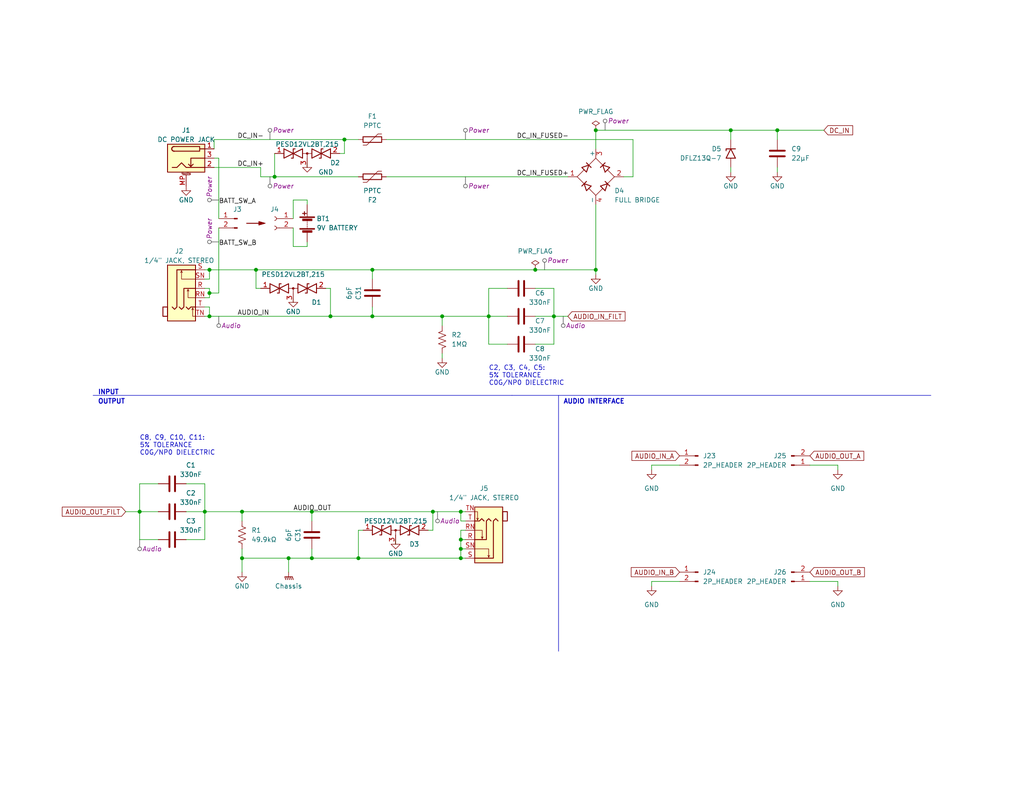
<source format=kicad_sch>
(kicad_sch (version 20230121) (generator eeschema)
  (paper "USLetter")
  (title_block (title "Baseboard") (date "2023-04-28") (rev "A") (company "Alessandro Rizzoni") (comment 1 "SCHEMATIC") (comment 2 "DRAFT") (comment 3 "AIR") (comment 5 "1: ALL COMPONENTS 25V RATING OR GREATER") (comment 6 "2: ALL RESISTORS LOW NOISE THIN FILM, 1% TOLERANCE OR SMALLER, 1/10W RATING OR GREATER") (comment 7 "3: ALL CAPACITORS MLCC, X5R OR X7R DIELECTRIC, 10% TOLERANCE OR SMALLER") (comment 8 "4: DO NOT POPULATE NOTE --TODO--") (comment 9 "5: PCB LAYOUT ACCORDING TO DATASHEET FOR ALL COMPONENTS"))
  (lib_symbols
    (symbol "Connector:Conn_01x02_Female" (pin_names (offset 1.016) hide)
      (property "Reference" "J" (at 0 2.54 0))
      (property "Value" "Conn_01x02_Female" (at 0 -5.08 0))
      (symbol "Conn_01x02_Female_1_1"
        (arc (start 0 -2.032) (mid -0.5058 -2.54) (end 0 -3.048) (stroke (width 0.1524)))
        (polyline (pts (xy -1.27 -2.54) (xy -0.508 -2.54)) (stroke (width 0.1524)))
        (polyline (pts (xy -1.27 0) (xy -0.508 0)) (stroke (width 0.1524)))
        (arc (start 0 0.508) (mid -0.5058 0) (end 0 -0.508) (stroke (width 0.1524)))
        (pin passive line (at -5.08 0 0) (length 3.81) (name "Pin_1") (number "1"))
        (pin passive line (at -5.08 -2.54 0) (length 3.81) (name "Pin_2") (number "2"))
      )
    )
    (symbol "Connector:Conn_01x02_Male" (pin_names (offset 1.016) hide)
      (property "Reference" "J" (at 0 2.54 0))
      (property "Value" "Conn_01x02_Male" (at 0 -5.08 0))
      (symbol "Conn_01x02_Male_1_1"
        (polyline (pts (xy 1.27 -2.54) (xy 0.8636 -2.54)) (stroke (width 0.1524)))
        (polyline (pts (xy 1.27 0) (xy 0.8636 0)) (stroke (width 0.1524)))
        (rectangle (start 0.8636 -2.413) (end 0 -2.667) (stroke (width 0.1524)) (fill (type outline)))
        (rectangle (start 0.8636 0.127) (end 0 -0.127) (stroke (width 0.1524)) (fill (type outline)))
        (pin passive line (at 5.08 0 180) (length 3.81) (name "Pin_1") (number "1"))
        (pin passive line (at 5.08 -2.54 180) (length 3.81) (name "Pin_2") (number "2"))
      )
    )
    (symbol "Device:Battery" (pin_numbers hide) (pin_names (offset 0) hide)
      (property "Reference" "BT" (at 2.54 2.54 0))
      (property "Value" "Battery" (at 2.54 0 0))
      (symbol "Battery_0_1"
        (rectangle (start -2.032 -1.397) (end 2.032 -1.651) (fill (type outline)))
        (rectangle (start -2.032 1.778) (end 2.032 1.524) (fill (type outline)))
        (rectangle (start -1.3208 -1.9812) (end 1.27 -2.4892) (fill (type outline)))
        (rectangle (start -1.3208 1.1938) (end 1.27 0.6858) (fill (type outline)))
        (polyline (pts (xy 0 -1.524) (xy 0 -1.27)))
        (polyline (pts (xy 0 -1.016) (xy 0 -0.762)))
        (polyline (pts (xy 0 -0.508) (xy 0 -0.254)))
        (polyline (pts (xy 0 0) (xy 0 0.254)))
        (polyline (pts (xy 0 0.508) (xy 0 0.762)))
        (polyline (pts (xy 0 1.778) (xy 0 2.54)))
        (polyline (pts (xy 0.254 2.667) (xy 1.27 2.667)) (stroke (width 0.254)))
        (polyline (pts (xy 0.762 3.175) (xy 0.762 2.159)) (stroke (width 0.254)))
      )
      (symbol "Battery_1_1"
        (pin passive line (at 0 5.08 270) (length 2.54) (name "+") (number "1"))
        (pin passive line (at 0 -5.08 90) (length 2.54) (name "-") (number "2"))
      )
    )
    (symbol "Device:C" (pin_numbers hide) (pin_names (offset 0.254))
      (property "Reference" "C" (at 0.635 2.54 0))
      (property "Value" "C" (at 0.635 -2.54 0))
      (symbol "C_0_1"
        (polyline (pts (xy -2.032 -0.762) (xy 2.032 -0.762)) (stroke (width 0.508)))
        (polyline (pts (xy -2.032 0.762) (xy 2.032 0.762)) (stroke (width 0.508)))
      )
      (symbol "C_1_1"
        (pin passive line (at 0 3.81 270) (length 2.794) (name "~") (number "1"))
        (pin passive line (at 0 -3.81 90) (length 2.794) (name "~") (number "2"))
      )
    )
    (symbol "Device:R_US" (pin_numbers hide) (pin_names (offset 0))
      (property "Reference" "R" (at 2.54 0 90))
      (property "Value" "R_US" (at -2.54 0 90))
      (symbol "R_US_0_1"
        (polyline (pts (xy 0 -2.286) (xy 0 -2.54)))
        (polyline (pts (xy 0 2.286) (xy 0 2.54)))
        (polyline (pts (xy 0 -0.762) (xy 1.016 -1.143) (xy 0 -1.524) (xy -1.016 -1.905) (xy 0 -2.286)))
        (polyline (pts (xy 0 0.762) (xy 1.016 0.381) (xy 0 0) (xy -1.016 -0.381) (xy 0 -0.762)))
        (polyline (pts (xy 0 2.286) (xy 1.016 1.905) (xy 0 1.524) (xy -1.016 1.143) (xy 0 0.762)))
      )
      (symbol "R_US_1_1"
        (pin passive line (at 0 3.81 270) (length 1.27) (name "~") (number "1"))
        (pin passive line (at 0 -3.81 90) (length 1.27) (name "~") (number "2"))
      )
    )
    (symbol "Graphic:SYM_Arrow_Normal" (pin_names (offset 1.016))
      (symbol "SYM_Arrow_Normal_0_1"
        (polyline (pts (xy 1.524 0) (xy -2.54 0)) (stroke (width 0.254)))
        (polyline (pts (xy 2.54 0) (xy 0.762 -0.508) (xy 0.762 0.508) (xy 2.54 0)) (fill (type outline)))
      )
    )
    (symbol "Library:1206L005/60WR" (pin_numbers hide) (pin_names (offset 0))
      (property "Reference" "F1" (at 0 6.35 90))
      (property "Value" "PPTC" (at 0 3.81 90))
      (symbol "1206L005/60WR_0_1"
        (rectangle (start -0.762 2.54) (end 0.762 -2.54) (stroke (width 0.254)))
        (polyline (pts (xy -1.524 2.54) (xy -1.524 1.524) (xy 1.524 -1.524) (xy 1.524 -2.54)))
      )
      (symbol "1206L005/60WR_1_1"
        (pin passive line (at 0 3.81 270) (length 1.27) (name "~") (number "1"))
        (pin passive line (at 0 -3.81 90) (length 1.27) (name "~") (number "2"))
      )
    )
    (symbol "Library:ACJS-IHS"
      (property "Reference" "J2" (at -1.905 11.43 0))
      (property "Value" "1/4\" JACK, STEREO" (at -1.905 8.89 0))
      (symbol "ACJS-IHS_0_1"
        (rectangle (start -6.35 -5.08) (end -5.08 -7.62) (stroke (width 0.254)))
        (polyline (pts (xy -1.27 4.826) (xy -1.016 4.318)))
        (polyline (pts (xy 0.508 -0.254) (xy 0.762 -0.762)))
        (polyline (pts (xy 1.778 -5.334) (xy 2.032 -5.842)))
        (polyline (pts (xy 0 -5.08) (xy 0.635 -5.715) (xy 1.27 -5.08) (xy 2.54 -5.08)) (stroke (width 0.254)))
        (polyline (pts (xy 2.54 -7.62) (xy 1.778 -7.62) (xy 1.778 -5.334) (xy 1.524 -5.842)))
        (polyline (pts (xy 2.54 -2.54) (xy 0.508 -2.54) (xy 0.508 -0.254) (xy 0.254 -0.762)))
        (polyline (pts (xy 2.54 2.54) (xy -1.27 2.54) (xy -1.27 4.826) (xy -1.524 4.318)))
        (polyline (pts (xy -1.905 -5.08) (xy -1.27 -5.715) (xy -0.635 -5.08) (xy -0.635 0) (xy 2.54 0)) (stroke (width 0.254)))
        (polyline (pts (xy 2.54 5.08) (xy -2.54 5.08) (xy -2.54 -5.08) (xy -3.175 -5.715) (xy -3.81 -5.08)) (stroke (width 0.254)))
        (rectangle (start 2.54 6.35) (end -5.08 -8.89) (stroke (width 0.254)) (fill (type background)))
      )
      (symbol "ACJS-IHS_1_1"
        (pin passive line (at 5.08 0 180) (length 2.54) (name "~") (number "R"))
        (pin passive line (at 5.08 -2.54 180) (length 2.54) (name "~") (number "RN"))
        (pin passive line (at 5.08 5.08 180) (length 2.54) (name "~") (number "S"))
        (pin passive line (at 5.08 2.54 180) (length 2.54) (name "~") (number "SN"))
        (pin passive line (at 5.08 -5.08 180) (length 2.54) (name "~") (number "T"))
        (pin passive line (at 5.08 -7.62 180) (length 2.54) (name "~") (number "TN"))
      )
    )
    (symbol "Library:Chassis" (pin_names (offset 0))
      (property "Value" "Chassis" (at 0 -3.302 0))
      (symbol "Chassis_0_1"
        (polyline (pts (xy 0 -1.27) (xy 0 0)))
        (polyline (pts (xy -1.016 -1.27) (xy -1.27 -2.032) (xy -1.27 -2.032)) (stroke (width 0.2032)))
        (polyline (pts (xy -0.508 -1.27) (xy -0.762 -2.032) (xy -0.762 -2.032)) (stroke (width 0.2032)))
        (polyline (pts (xy 0 -1.27) (xy -0.254 -2.032) (xy -0.254 -2.032)) (stroke (width 0.2032)))
        (polyline (pts (xy 0.508 -1.27) (xy 0.254 -2.032) (xy 0.254 -2.032)) (stroke (width 0.2032)))
        (polyline (pts (xy 1.016 -1.27) (xy -1.016 -1.27) (xy -1.016 -1.27)) (stroke (width 0.2032)))
        (polyline (pts (xy 1.016 -1.27) (xy 0.762 -2.032) (xy 0.762 -2.032) (xy 0.762 -2.032)) (stroke (width 0.2032)))
      )
      (symbol "Chassis_1_1"
        (pin power_in line (at 0 0 270) (length 0) hide (name "GNDPWR") (number "1"))
      )
    )
    (symbol "Library:DC_POWER_JACK" (pin_names hide)
      (property "Reference" "J1" (at 0 8.89 0))
      (property "Value" "DC POWER JACK" (at 0 6.35 0))
      (symbol "DC_POWER_JACK_0_1"
        (rectangle (start -5.08 3.81) (end 5.08 -3.81) (stroke (width 0.254)) (fill (type background)))
        (arc (start -3.302 3.175) (mid -3.9343 2.54) (end -3.302 1.905) (stroke (width 0.254)))
        (arc (start -3.302 3.175) (mid -3.9343 2.54) (end -3.302 1.905) (stroke (width 0.254)))
        (polyline (pts (xy 1.27 -2.286) (xy 1.905 -1.651)) (stroke (width 0.254)))
        (polyline (pts (xy 5.08 2.54) (xy 3.81 2.54)) (stroke (width 0.254)))
        (polyline (pts (xy -3.302 3.175) (xy 3.683 3.175) (xy 3.683 1.905) (xy -3.302 1.905)) (stroke (width 0.254)))
        (polyline (pts (xy 5.08 0) (xy 1.27 0) (xy 1.27 -2.286) (xy 0.635 -1.651)) (stroke (width 0.254)))
        (polyline (pts (xy -3.81 -2.54) (xy -2.54 -2.54) (xy -1.27 -1.27) (xy 0 -2.54) (xy 2.54 -2.54) (xy 5.08 -2.54)) (stroke (width 0.254)))
      )
      (symbol "DC_POWER_JACK_1_1"
        (polyline (pts (xy -1.016 -4.572) (xy 1.016 -4.572)) (stroke (width 0.1524)))
        (text "Mounting" (at 0 -4.191 0) (effects (font (size 0.381 0.381))))
        (pin passive line (at 7.62 2.54 180) (length 2.54) (name "~") (number "1"))
        (pin passive line (at 7.62 -2.54 180) (length 2.54) (name "~") (number "2"))
        (pin passive line (at 7.62 0 180) (length 2.54) (name "~") (number "3"))
        (pin passive line (at 0 -7.62 90) (length 3.048) (name "MountPin") (number "MP"))
      )
    )
    (symbol "Library:DFLZ13Q-7" (pin_numbers hide) (pin_names (offset 1.016) hide)
      (property "Reference" "D3" (at -2.54 1.27 90))
      (property "Value" "DFLZ13Q-7" (at -2.54 -1.27 90))
      (property "Footprint" "Diode_SMD:D_PowerDI-123" (at -2.54 -5.08 90))
      (property "Part Number" "DFLZ13Q-7" (at -5.08 -3.81 90))
      (symbol "DFLZ13Q-7_0_1"
        (polyline (pts (xy -1.27 -1.27) (xy -1.27 1.27) (xy -0.762 1.27)) (stroke (width 0.254)))
        (polyline (pts (xy 1.27 -1.27) (xy 1.27 1.27) (xy -1.27 0) (xy 1.27 -1.27)) (stroke (width 0.254)))
      )
      (symbol "DFLZ13Q-7_1_1"
        (pin passive line (at -3.81 0 0) (length 2.54) (name "K") (number "1"))
        (pin passive line (at 3.81 0 180) (length 2.54) (name "A") (number "2"))
      )
    )
    (symbol "Library:Ground" (power) (pin_names (offset 0))
      (property "Value" "Ground" (at 0 -3.81 0))
      (symbol "Ground_0_1"
        (polyline (pts (xy 0 0) (xy 0 -1.27) (xy 1.27 -1.27) (xy 0 -2.54) (xy -1.27 -1.27) (xy 0 -1.27)))
      )
      (symbol "Ground_1_1"
        (pin power_in line (at 0 0 270) (length 0) hide (name "GND") (number "1"))
      )
    )
    (symbol "Library:PESD12VL2BT,215" (pin_names (offset 1.016) hide)
      (property "Reference" "D1" (at 0 6.35 0))
      (property "Value" "PESD12VL2BT,215" (at 0 3.81 0))
      (symbol "PESD12VL2BT,215_0_0"
        (polyline (pts (xy 0 -1.27) (xy 0 0)))
      )
      (symbol "PESD12VL2BT,215_0_1"
        (polyline (pts (xy 1.27 0) (xy -1.27 0)))
        (polyline (pts (xy -3.302 1.27) (xy -3.81 1.27) (xy -3.81 -1.27) (xy -4.318 -1.27)) (stroke (width 0.254)))
        (polyline (pts (xy 4.318 1.27) (xy 3.81 1.27) (xy 3.81 -1.27) (xy 3.302 -1.27)) (stroke (width 0.254)))
        (polyline (pts (xy -6.35 1.27) (xy -1.27 -1.27) (xy -1.27 1.27) (xy -6.35 -1.27) (xy -6.35 1.27)) (stroke (width 0.254)))
        (polyline (pts (xy 6.35 1.27) (xy 1.27 -1.27) (xy 1.27 1.27) (xy 6.35 -1.27) (xy 6.35 1.27)) (stroke (width 0.254)))
        (circle (center 0 0) (radius 0.254) (fill (type outline)))
      )
      (symbol "PESD12VL2BT,215_1_1"
        (pin passive line (at -8.89 0 0) (length 2.54) (name "A1") (number "1"))
        (pin passive line (at 8.89 0 180) (length 2.54) (name "A2") (number "2"))
        (pin input line (at 0 -3.81 90) (length 2.54) (name "common") (number "3"))
      )
    )
    (symbol "Library:RH06T" (pin_names (offset 0))
      (property "Reference" "D2" (at 3.175 -6.35 90))
      (property "Value" "FULL BRIDGE" (at 5.08 -6.35 90))
      (symbol "RH06T_0_1"
        (polyline (pts (xy -2.54 3.81) (xy -1.27 2.54)) (stroke (width 0.254)))
        (polyline (pts (xy -1.27 -2.54) (xy -2.54 -3.81)) (stroke (width 0.254)))
        (polyline (pts (xy 2.54 -1.27) (xy 3.81 -2.54)) (stroke (width 0.254)))
        (polyline (pts (xy 2.54 1.27) (xy 3.81 2.54)) (stroke (width 0.254)))
        (polyline (pts (xy -3.175 1.905) (xy -5.08 0) (xy -3.175 -1.905)))
        (polyline (pts (xy -1.905 -3.175) (xy 0 -5.08) (xy 1.905 -3.175)))
        (polyline (pts (xy 1.905 3.175) (xy 0 5.08) (xy -1.905 3.175)))
        (polyline (pts (xy 3.175 -1.905) (xy 5.08 0) (xy 3.175 1.905)))
        (polyline (pts (xy -3.81 2.54) (xy -2.54 1.27) (xy -1.905 3.175) (xy -3.81 2.54)) (stroke (width 0.254)))
        (polyline (pts (xy -2.54 -1.27) (xy -3.81 -2.54) (xy -1.905 -3.175) (xy -2.54 -1.27)) (stroke (width 0.254)))
        (polyline (pts (xy 1.27 2.54) (xy 2.54 3.81) (xy 3.175 1.905) (xy 1.27 2.54)) (stroke (width 0.254)))
        (polyline (pts (xy 3.175 -1.905) (xy 1.27 -2.54) (xy 2.54 -3.81) (xy 3.175 -1.905)) (stroke (width 0.254)))
      )
      (symbol "RH06T_1_1"
        (pin passive line (at 0 -7.62 90) (length 2.54) (name "~") (number "1"))
        (pin passive line (at 0 7.62 270) (length 2.54) (name "~") (number "2"))
        (pin passive line (at 7.62 0 180) (length 2.54) (name "+") (number "3"))
        (pin passive line (at -7.62 0 0) (length 2.54) (name "-") (number "4"))
      )
    )
    (symbol "PWR_FLAG_1" (power) (pin_numbers hide) (pin_names (offset 0) hide)
      (property "Value" "PWR_FLAG_1" (at 0 3.81 0))
      (symbol "PWR_FLAG_1_0_0"
        (pin power_out line (at 0 0 90) (length 0) (name "pwr") (number "1"))
      )
      (symbol "PWR_FLAG_1_0_1"
        (polyline (pts (xy 0 0) (xy 0 1.27) (xy -1.016 1.905) (xy 0 2.54) (xy 1.016 1.905) (xy 0 1.27)))
      )
    )
    (symbol "power:PWR_FLAG" (power) (pin_numbers hide) (pin_names (offset 0) hide)
      (property "Value" "PWR_FLAG" (at 0 3.81 0))
      (symbol "PWR_FLAG_0_0"
        (pin power_out line (at 0 0 90) (length 0) (name "pwr") (number "1"))
      )
      (symbol "PWR_FLAG_0_1"
        (polyline (pts (xy 0 0) (xy 0 1.27) (xy -1.016 1.905) (xy 0 2.54) (xy 1.016 1.905) (xy 0 1.27)))
      )
    )
  )
  (junction (at 57.15 80.01))
  (junction (at 146.05 73.66))
  (junction (at 90.17 86.36))
  (junction (at 151.13 86.36))
  (junction (at 57.15 86.36))
  (junction (at 212.09 35.56))
  (junction (at 66.04 139.7))
  (junction (at 199.39 35.56))
  (junction (at 125.73 152.4))
  (junction (at 57.15 73.66))
  (junction (at 162.56 35.56))
  (junction (at 85.09 139.7))
  (junction (at 125.73 149.86))
  (junction (at 101.6 86.36))
  (junction (at 74.93 48.26))
  (junction (at 78.74 152.4))
  (junction (at 97.79 152.4))
  (junction (at 118.11 139.7))
  (junction (at 120.65 86.36))
  (junction (at 125.73 139.7))
  (junction (at 133.35 86.36))
  (junction (at 38.1 139.7))
  (junction (at 69.85 73.66))
  (junction (at 93.98 38.1))
  (junction (at 125.73 147.32))
  (junction (at 101.6 73.66))
  (junction (at 162.56 73.66))
  (junction (at 66.04 152.4))
  (junction (at 85.09 152.4))
  (junction (at 55.88 139.7))
  (wire (pts (xy 55.88 147.32) (xy 50.8 147.32)))
  (wire (pts (xy 228.6 160.02) (xy 228.6 158.75)))
  (wire (pts (xy 90.17 78.74) (xy 90.17 86.36)))
  (wire (pts (xy 83.82 44.45) (xy 83.82 45.72)))
  (wire (pts (xy 58.42 43.18) (xy 59.69 43.18)))
  (wire (pts (xy 97.79 144.78) (xy 97.79 152.4)))
  (wire (pts (xy 120.65 96.52) (xy 120.65 97.79)))
  (wire (pts (xy 59.69 62.23) (xy 59.69 80.01)))
  (wire (pts (xy 133.35 86.36) (xy 133.35 93.98)))
  (wire (pts (xy 80.01 81.28) (xy 80.01 82.55)))
  (wire (pts (xy 57.15 86.36) (xy 57.15 83.82)))
  (wire (pts (xy 57.15 80.01) (xy 59.69 80.01)))
  (wire (pts (xy 162.56 35.56) (xy 162.56 40.64)))
  (wire (pts (xy 38.1 147.32) (xy 43.18 147.32)))
  (wire (pts (xy 57.15 73.66) (xy 57.15 76.2)))
  (wire (pts (xy 71.12 78.74) (xy 69.85 78.74)))
  (wire (pts (xy 80.01 67.31) (xy 83.82 67.31)))
  (polyline (pts (xy 152.4 107.95) (xy 152.4 177.8)))
  (wire (pts (xy 151.13 78.74) (xy 151.13 86.36)))
  (wire (pts (xy 50.8 139.7) (xy 55.88 139.7)))
  (wire (pts (xy 127 144.78) (xy 125.73 144.78)))
  (wire (pts (xy 57.15 86.36) (xy 90.17 86.36)))
  (wire (pts (xy 228.6 158.75) (xy 220.98 158.75)))
  (wire (pts (xy 85.09 152.4) (xy 85.09 149.86)))
  (wire (pts (xy 151.13 86.36) (xy 154.94 86.36)))
  (wire (pts (xy 133.35 93.98) (xy 138.43 93.98)))
  (wire (pts (xy 57.15 78.74) (xy 57.15 80.01)))
  (polyline (pts (xy 139.7 107.95) (xy 254 107.95)))
  (wire (pts (xy 162.56 55.88) (xy 162.56 73.66)))
  (wire (pts (xy 162.56 35.56) (xy 199.39 35.56)))
  (wire (pts (xy 125.73 149.86) (xy 127 149.86)))
  (wire (pts (xy 55.88 139.7) (xy 66.04 139.7)))
  (wire (pts (xy 85.09 139.7) (xy 85.09 142.24)))
  (wire (pts (xy 55.88 81.28) (xy 57.15 81.28)))
  (wire (pts (xy 120.65 86.36) (xy 120.65 88.9)))
  (wire (pts (xy 146.05 86.36) (xy 151.13 86.36)))
  (wire (pts (xy 125.73 147.32) (xy 127 147.32)))
  (wire (pts (xy 92.71 41.91) (xy 93.98 41.91)))
  (wire (pts (xy 66.04 152.4) (xy 78.74 152.4)))
  (wire (pts (xy 146.05 78.74) (xy 151.13 78.74)))
  (wire (pts (xy 57.15 81.28) (xy 57.15 80.01)))
  (wire (pts (xy 199.39 35.56) (xy 212.09 35.56)))
  (wire (pts (xy 125.73 142.24) (xy 125.73 139.7)))
  (wire (pts (xy 93.98 38.1) (xy 93.98 41.91)))
  (wire (pts (xy 162.56 73.66) (xy 162.56 74.93)))
  (wire (pts (xy 133.35 78.74) (xy 133.35 86.36)))
  (wire (pts (xy 58.42 38.1) (xy 93.98 38.1)))
  (wire (pts (xy 74.93 48.26) (xy 97.79 48.26)))
  (wire (pts (xy 80.01 54.61) (xy 80.01 59.69)))
  (wire (pts (xy 120.65 86.36) (xy 133.35 86.36)))
  (wire (pts (xy 125.73 149.86) (xy 125.73 152.4)))
  (wire (pts (xy 71.12 48.26) (xy 71.12 45.72)))
  (wire (pts (xy 146.05 73.66) (xy 162.56 73.66)))
  (wire (pts (xy 212.09 35.56) (xy 212.09 38.1)))
  (wire (pts (xy 177.8 160.02) (xy 177.8 158.75)))
  (wire (pts (xy 66.04 139.7) (xy 85.09 139.7)))
  (wire (pts (xy 172.72 38.1) (xy 172.72 48.26)))
  (wire (pts (xy 38.1 139.7) (xy 38.1 147.32)))
  (wire (pts (xy 116.84 144.78) (xy 118.11 144.78)))
  (wire (pts (xy 212.09 45.72) (xy 212.09 46.99)))
  (wire (pts (xy 105.41 38.1) (xy 172.72 38.1)))
  (wire (pts (xy 55.88 86.36) (xy 57.15 86.36)))
  (wire (pts (xy 83.82 54.61) (xy 80.01 54.61)))
  (wire (pts (xy 80.01 62.23) (xy 80.01 67.31)))
  (wire (pts (xy 71.12 48.26) (xy 74.93 48.26)))
  (wire (pts (xy 105.41 48.26) (xy 154.94 48.26)))
  (wire (pts (xy 228.6 128.27) (xy 228.6 127)))
  (wire (pts (xy 59.69 43.18) (xy 59.69 59.69)))
  (wire (pts (xy 69.85 73.66) (xy 101.6 73.66)))
  (wire (pts (xy 170.18 48.26) (xy 172.72 48.26)))
  (wire (pts (xy 83.82 67.31) (xy 83.82 66.04)))
  (wire (pts (xy 58.42 45.72) (xy 71.12 45.72)))
  (wire (pts (xy 55.88 83.82) (xy 57.15 83.82)))
  (wire (pts (xy 107.95 147.32) (xy 107.95 148.59)))
  (wire (pts (xy 66.04 139.7) (xy 66.04 142.24)))
  (wire (pts (xy 55.88 73.66) (xy 57.15 73.66)))
  (wire (pts (xy 74.93 41.91) (xy 74.93 48.26)))
  (wire (pts (xy 101.6 73.66) (xy 146.05 73.66)))
  (wire (pts (xy 83.82 54.61) (xy 83.82 55.88)))
  (wire (pts (xy 228.6 127) (xy 220.98 127)))
  (wire (pts (xy 177.8 158.75) (xy 185.42 158.75)))
  (wire (pts (xy 55.88 139.7) (xy 55.88 147.32)))
  (wire (pts (xy 118.11 139.7) (xy 125.73 139.7)))
  (wire (pts (xy 212.09 35.56) (xy 224.79 35.56)))
  (wire (pts (xy 99.06 144.78) (xy 97.79 144.78)))
  (wire (pts (xy 78.74 152.4) (xy 78.74 156.21)))
  (wire (pts (xy 101.6 86.36) (xy 120.65 86.36)))
  (wire (pts (xy 43.18 132.08) (xy 38.1 132.08)))
  (wire (pts (xy 125.73 139.7) (xy 127 139.7)))
  (wire (pts (xy 69.85 73.66) (xy 69.85 78.74)))
  (wire (pts (xy 199.39 45.72) (xy 199.39 46.99)))
  (wire (pts (xy 125.73 152.4) (xy 127 152.4)))
  (wire (pts (xy 66.04 152.4) (xy 66.04 156.21)))
  (wire (pts (xy 133.35 86.36) (xy 138.43 86.36)))
  (wire (pts (xy 93.98 38.1) (xy 97.79 38.1)))
  (wire (pts (xy 38.1 132.08) (xy 38.1 139.7)))
  (wire (pts (xy 151.13 86.36) (xy 151.13 93.98)))
  (wire (pts (xy 127 142.24) (xy 125.73 142.24)))
  (wire (pts (xy 58.42 38.1) (xy 58.42 40.64)))
  (polyline (pts (xy 25.4 107.95) (xy 139.7 107.95)))
  (wire (pts (xy 177.8 128.27) (xy 177.8 127)))
  (wire (pts (xy 85.09 152.4) (xy 97.79 152.4)))
  (wire (pts (xy 55.88 78.74) (xy 57.15 78.74)))
  (wire (pts (xy 57.15 73.66) (xy 69.85 73.66)))
  (wire (pts (xy 151.13 93.98) (xy 146.05 93.98)))
  (wire (pts (xy 50.8 132.08) (xy 55.88 132.08)))
  (wire (pts (xy 38.1 139.7) (xy 43.18 139.7)))
  (wire (pts (xy 88.9 78.74) (xy 90.17 78.74)))
  (wire (pts (xy 125.73 144.78) (xy 125.73 147.32)))
  (wire (pts (xy 118.11 144.78) (xy 118.11 139.7)))
  (wire (pts (xy 90.17 86.36) (xy 101.6 86.36)))
  (wire (pts (xy 85.09 152.4) (xy 78.74 152.4)))
  (wire (pts (xy 66.04 149.86) (xy 66.04 152.4)))
  (wire (pts (xy 138.43 78.74) (xy 133.35 78.74)))
  (wire (pts (xy 177.8 127) (xy 185.42 127)))
  (wire (pts (xy 85.09 139.7) (xy 118.11 139.7)))
  (wire (pts (xy 55.88 132.08) (xy 55.88 139.7)))
  (wire (pts (xy 55.88 76.2) (xy 57.15 76.2)))
  (wire (pts (xy 101.6 83.82) (xy 101.6 86.36)))
  (wire (pts (xy 97.79 152.4) (xy 125.73 152.4)))
  (wire (pts (xy 101.6 73.66) (xy 101.6 76.2)))
  (wire (pts (xy 125.73 147.32) (xy 125.73 149.86)))
  (wire (pts (xy 199.39 38.1) (xy 199.39 35.56)))
  (wire (pts (xy 34.29 139.7) (xy 38.1 139.7)))
  (text "OUTPUT" (at 26.67 110.49 0) (effects (font (size 1.27 1.27) (thickness 0.254) bold) (justify left bottom)))
  (text "AUDIO INTERFACE" (at 153.67 110.49 0) (effects (font (size 1.27 1.27) (thickness 0.254) bold) (justify left bottom)))
  (text "INPUT\n" (at 26.67 107.95 0) (effects (font (size 1.27 1.27) (thickness 0.254) bold) (justify left bottom)))
  (text "C2, C3, C4, C5:\n5% TOLERANCE\nC0G/NP0 DIELECTRIC" (at 133.35 105.41 0) (effects (font (size 1.27 1.27)) (justify left bottom)))
  (text "C8, C9, C10, C11:\n5% TOLERANCE\nC0G/NP0 DIELECTRIC" (at 38.1 124.46 0) (effects (font (size 1.27 1.27)) (justify left bottom)))
  (label "AUDIO_OUT" (at 80.01 139.7 0))
  (label "BATT_SW_A" (at 59.69 55.88 0))
  (label "DC_IN-" (at 64.77 38.1 0))
  (label "DC_IN_FUSED+" (at 140.97 48.26 0))
  (label "DC_IN_FUSED-" (at 140.97 38.1 0))
  (label "BATT_SW_B" (at 59.69 67.31 0))
  (label "AUDIO_IN" (at 64.77 86.36 0))
  (label "DC_IN+" (at 64.77 45.72 0))
  (global_label "AUDIO_OUT_B" (shape input) (at 220.98 156.21 0) (property "Intersheetrefs" "${INTERSHEET_REFS}" (effects hide)))
  (global_label "AUDIO_IN_FILT" (shape input) (at 154.94 86.36 0) (property "Intersheetrefs" "${INTERSHEET_REFS}" (effects hide)))
  (global_label "AUDIO_IN_B" (shape input) (at 185.42 156.21 180) (property "Intersheetrefs" "${INTERSHEET_REFS}" (effects hide)))
  (global_label "AUDIO_IN_A" (shape input) (at 185.42 124.46 180) (property "Intersheetrefs" "${INTERSHEET_REFS}" (effects hide)))
  (global_label "DC_IN" (shape input) (at 224.79 35.56 0) (property "Intersheetrefs" "${INTERSHEET_REFS}" (effects hide)))
  (global_label "AUDIO_OUT_FILT" (shape input) (at 34.29 139.7 180) (property "Intersheetrefs" "${INTERSHEET_REFS}" (effects hide)))
  (global_label "AUDIO_OUT_A" (shape input) (at 220.98 124.46 0) (property "Intersheetrefs" "${INTERSHEET_REFS}" (effects hide)))
  (netclass_flag "" (length 2.54) (shape round) (at 38.1 147.32 180) (property "Audio" "Audio" (at 38.7985 149.86 0) (effects (font italic) (justify left))))
  (netclass_flag "" (length 2.54) (shape round) (at 127 48.26 180) (property "Power" "Power" (at 127.6985 50.8 0) (effects (font italic) (justify left))))
  (netclass_flag "" (length 2.54) (shape round) (at 59.69 54.61 90) (property "Power" "Power" (at 57.15 53.9115 90) (effects (font italic) (justify left))))
  (netclass_flag "" (length 2.54) (shape round) (at 119.38 139.7 180) (property "Audio" "Audio" (at 120.0785 142.24 0) (effects (font italic) (justify left))))
  (netclass_flag "" (length 2.54) (shape round) (at 165.1 35.56 0) (property "Power" "Power" (at 165.7985 33.02 0) (effects (font italic) (justify left))))
  (netclass_flag "" (length 2.54) (shape round) (at 73.66 38.1 0) (property "Power" "Power" (at 74.3585 35.56 0) (effects (font italic) (justify left))))
  (netclass_flag "" (length 2.54) (shape round) (at 59.69 86.36 180) (property "Audio" "Audio" (at 60.3885 88.9 0) (effects (font italic) (justify left))))
  (netclass_flag "" (length 2.54) (shape round) (at 148.59 73.66 0) (property "Power" "Power" (at 149.2885 71.12 0) (effects (font italic) (justify left))))
  (netclass_flag "" (length 2.54) (shape round) (at 59.69 66.04 90) (property "Power" "Power" (at 57.15 65.3415 90) (effects (font italic) (justify left))))
  (netclass_flag "" (length 2.54) (shape round) (at 127 38.1 0) (property "Power" "Power" (at 127.6985 35.56 0) (effects (font italic) (justify left))))
  (netclass_flag "" (length 2.54) (shape round) (at 153.67 86.36 180) (property "Audio" "Audio" (at 154.3685 88.9 0) (effects (font italic) (justify left))))
  (netclass_flag "" (length 2.54) (shape round) (at 73.66 48.26 180) (property "Power" "Power" (at 74.3585 50.8 0) (effects (font italic) (justify left))))
  (symbol (lib_id "Library:Ground") (at 177.8 128.27 0) (unit 1)
    (property "Reference" "#PWR060" (effects hide))
    (property "Value" "Ground" (at 177.8 133.35 0))
    (instances (project "1590N1 IO Board" (path "" (reference "#PWR060") (unit 1)) (path "" (reference "#PWR056") (unit 1))))
  )
  (symbol (lib_id "Library:RH06T") (at 162.56 48.26 270) (mirror x) (unit 1)
    (property "Reference" "D4" (at 167.64 52.07 90) (effects (justify left)))
    (property "Value" "FULL BRIDGE" (at 167.64 54.61 90) (effects (justify left)))
    (property "Footprint" "Package_TO_SOT_SMD:TO-269AA" (effects hide))
    (property "Datasheet" "http://www.vishay.com/docs/88573/dfs.pdf" (effects hide))
    (property "Manufacturer" "Didoes Incorporated" (effects hide))
    (property "Part Number" "RH06-T" (effects hide))
  )
  (symbol (lib_id "Connector:Conn_01x02_Male") (at 215.9 127 0) (mirror x) (unit 1)
    (property "Reference" "J25" (at 214.63 124.4599 0) (effects (justify right)))
    (property "Value" "2P_HEADER" (at 214.63 126.9999 0) (effects (justify right)))
    (property "Footprint" "Connector_PinSocket_2.54mm:PinSocket_1x02_P2.54mm_Vertical" (effects hide))
    (property "Manufacturer" "Samtec" (effects hide))
  )
  (symbol (lib_id "Connector:Conn_01x02_Male") (at 190.5 156.21 0) (mirror y) (unit 1)
    (property "Reference" "J24" (at 191.77 156.2099 0) (effects (justify right)))
    (property "Value" "2P_HEADER" (at 191.77 158.7499 0) (effects (justify right)))
    (property "Footprint" "Connector_PinSocket_2.54mm:PinSocket_1x02_P2.54mm_Vertical" (effects hide))
    (property "Manufacturer" "Samtec" (effects hide))
  )
  (symbol (lib_id "Library:PESD12VL2BT,215") (at 80.01 78.74 0) (unit 1)
    (property "Reference" "D1" (at 86.36 82.55 0))
    (property "Value" "PESD12VL2BT,215" (at 80.01 74.93 0))
    (property "Footprint" "Package_TO_SOT_SMD:SOT-23" (effects hide))
    (property "Datasheet" "https://assets.nexperia.com/documents/data-sheet/PESDXL2BT_SER.pdf" (effects hide))
    (property "Manufacturer" "Nexperia" (effects hide))
    (property "Part Number" "PESD12VL2BT215" (effects hide))
  )
  (symbol (lib_id "Library:PESD12VL2BT,215") (at 107.95 144.78 0) (unit 1)
    (property "Reference" "D3" (at 113.03 148.59 0))
    (property "Value" "PESD12VL2BT,215" (at 107.95 142.24 0))
    (property "Footprint" "Package_TO_SOT_SMD:SOT-23" (effects hide))
    (property "Datasheet" "https://assets.nexperia.com/documents/data-sheet/PESDXL2BT_SER.pdf" (effects hide))
    (property "Manufacturer" "Nexperia" (effects hide))
    (property "Part Number" "PESD12VL2BT215" (effects hide))
  )
  (symbol (lib_id "Connector:Conn_01x02_Female") (at 74.93 59.69 0) (mirror y) (unit 1) (on_board no)
    (property "Reference" "J4" (at 74.93 57.15 0))
    (property "Value" "6-440129-2" (effects hide))
    (property "Footprint" "N/A" (effects hide))
    (property "Datasheet" "https://www.te.com/commerce/DocumentDelivery/DDEController?Action=srchrtrv&DocNm=1-1773713-2_HPI_QRG_EN&DocType=Data+Sheet&DocLang=English&DocFormat=pdf&PartCntxt=6-440129-2" (effects hide))
    (property "Manufacturer" "TE Connectivity AMP Connectors" (effects hide))
    (property "Part Number" "6-440129-2" (effects hide))
  )
  (symbol (lib_id "Library:ACJS-IHS") (at 50.8 78.74 0) (unit 1)
    (property "Reference" "J2" (at 48.895 68.58 0))
    (property "Value" "1/4\" JACK, STEREO" (at 48.895 71.12 0))
    (property "Footprint" "Library:Amphenol_ACJS-IHS" (effects hide))
    (property "Datasheet" "https://www.amphenol-sine.com/pdf/datasheet/ACJS-IHS.pdf" (effects hide))
    (property "Manufacturer" "Amphenol Audio" (effects hide))
    (property "Part Number" "ACJS-IHS" (effects hide))
  )
  (symbol (lib_id "Device:C") (at 85.09 146.05 0) (unit 1)
    (property "Reference" "C31" (at 81.28 146.05 90))
    (property "Value" "6pF" (at 78.74 146.05 90))
    (property "Footprint" "Capacitor_SMD:C_0603_1608Metric" (effects hide))
    (property "Datasheet" "https://product.tdk.com/system/files/dam/doc/product/capacitor/ceramic/mlcc/catalog/mlcc_automotive_general_en.pdf" (effects hide))
    (property "Manufacturer" "TDK" (effects hide))
    (property "Part Number" "CGA3E2C0G1H060D080AA" (effects hide))
    (instances (project "1590N1 IO Board" (path "" (reference "C31") (unit 1)) (path "" (reference "C5") (unit 1))))
  )
  (symbol (lib_id "Library:DC_POWER_JACK") (at 50.8 43.18 0) (unit 1)
    (property "Reference" "J1" (at 50.8 35.56 0))
    (property "Value" "DC POWER JACK" (at 50.8 38.1 0))
    (property "Footprint" "Library:CUI_PJ-047" (effects hide))
    (property "Datasheet" "https://www.cuidevices.com/product/resource/pj-047a.pdf" (effects hide))
    (property "Manufacturer" "CUI" (effects hide))
    (property "Part Number" "PJ-047A" (effects hide))
  )
  (symbol (lib_id "Library:Ground") (at 83.82 44.45 0) (mirror y) (unit 1)
    (property "Reference" "#PWR03" (effects hide))
    (property "Value" "Ground" (at 88.9 46.99 0))
  )
  (symbol (lib_id "Library:Ground") (at 228.6 128.27 0) (mirror y) (unit 1)
    (property "Reference" "#PWR062" (effects hide))
    (property "Value" "Ground" (at 228.6 133.35 0))
    (instances (project "1590N1 IO Board" (path "" (reference "#PWR062") (unit 1)) (path "" (reference "#PWR058") (unit 1))))
  )
  (symbol (lib_id "Connector:Conn_01x02_Male") (at 190.5 124.46 0) (mirror y) (unit 1)
    (property "Reference" "J23" (at 191.77 124.4599 0) (effects (justify right)))
    (property "Value" "2P_HEADER" (at 191.77 126.9999 0) (effects (justify right)))
    (property "Footprint" "Connector_PinSocket_2.54mm:PinSocket_1x02_P2.54mm_Vertical" (effects hide))
    (property "Manufacturer" "Samtec" (effects hide))
  )
  (symbol (lib_id "Library:DFLZ13Q-7") (at 199.39 41.91 90) (mirror x) (unit 1)
    (property "Reference" "D5" (at 196.85 40.64 90) (effects (justify left)))
    (property "Value" "DFLZ13Q-7" (at 196.85 43.18 90) (effects (justify left)))
    (property "Footprint" "Diode_SMD:D_PowerDI-123" (effects hide))
    (property "Datasheet" "https://www.diodes.com/assets/Datasheets/DFLZxxQ.pdf" (effects hide))
    (property "Manufacturer" "Diodes Incorporated" (effects hide))
    (property "Part Number" "DFLZ13Q-7" (effects hide))
  )
  (symbol (lib_id "Graphic:SYM_Arrow_Normal") (at 69.85 60.96 0) (unit 1) (in_bom no) (on_board no)
    (property "Reference" "#SYM1" (effects hide))
    (property "Value" "SYM_Arrow_Normal" (effects hide))
  )
  (symbol (lib_id "Library:1206L005/60WR") (at 101.6 48.26 270) (unit 1)
    (property "Reference" "F2" (at 101.6 54.61 90))
    (property "Value" "PPTC" (at 101.6 52.07 90))
    (property "Footprint" "Fuse:Fuse_1206_3216Metric" (effects hide))
    (property "Datasheet" "https://www.littelfuse.com/~/media/electronics/datasheets/resettable_ptcs/littelfuse_ptc_1206l_datasheet.pdf.pdf" (effects hide))
    (property "Part Number" "1206L005/60WR" (effects hide))
    (property "Manufacturer" "Littelfuse" (effects hide))
  )
  (symbol (lib_id "power:PWR_FLAG") (at 162.56 35.56 0) (unit 1)
    (property "Reference" "#FLG02" (effects hide))
    (property "Value" "PWR_FLAG" (at 162.56 30.48 0))
  )
  (symbol (lib_id "Connector:Conn_01x02_Male") (at 215.9 158.75 0) (mirror x) (unit 1)
    (property "Reference" "J26" (at 214.63 156.2099 0) (effects (justify right)))
    (property "Value" "2P_HEADER" (at 214.63 158.7499 0) (effects (justify right)))
    (property "Footprint" "Connector_PinSocket_2.54mm:PinSocket_1x02_P2.54mm_Vertical" (effects hide))
    (property "Manufacturer" "Samtec" (effects hide))
  )
  (symbol (lib_id "Device:R_US") (at 120.65 92.71 0) (mirror y) (unit 1)
    (property "Reference" "R2" (at 123.19 91.44 0) (effects (justify right)))
    (property "Value" "1MΩ" (at 123.19 93.98 0) (effects (justify right)))
    (property "Footprint" "Resistor_SMD:R_0603_1608Metric" (effects hide))
    (property "Datasheet" "https://www.koaspeer.com/products/resistors/thin-film/rn73h/" (effects hide))
    (property "Manufacturer" "Koa Speer" (effects hide))
    (property "Part Number" "RN73H1JTTD1004F100" (effects hide))
  )
  (symbol (lib_id "Device:C") (at 212.09 41.91 180) (unit 1)
    (property "Reference" "C9" (at 215.9 40.64 0) (effects (justify right)))
    (property "Value" "22μF" (at 215.9 43.18 0) (effects (justify right)))
    (property "Footprint" "Capacitor_SMD:C_0805_2012Metric" (effects hide))
    (property "Datasheet" "https://www.murata.com/en-us/products/capacitor/ceramiccapacitor/overview/lineup/smd/grm#anchor-2" (effects hide))
    (property "Manufacturer" "Murata" (effects hide))
    (property "Part Number" "GRM21BR61E226ME44L" (effects hide))
  )
  (symbol (lib_id "Library:Ground") (at 212.09 46.99 0) (unit 1)
    (property "Reference" "#PWR09" (effects hide))
    (property "Value" "Ground" (at 212.09 50.8 0))
  )
  (symbol (lib_id "Connector:Conn_01x02_Male") (at 64.77 59.69 0) (mirror y) (unit 1)
    (property "Reference" "J3" (at 64.77 57.15 0))
    (property "Value" "6-440054-2" (effects hide))
    (property "Footprint" "Library:TE_HPI_2.0MM_PITCH_MALE_HEADER_2POS" (effects hide))
    (property "Datasheet" "https://www.te.com/commerce/DocumentDelivery/DDEController?Action=srchrtrv&DocNm=1-1773713-2_HPI_QRG_EN&DocType=Data+Sheet&DocLang=English&DocFormat=pdf&PartCntxt=6-440129-2" (effects hide))
    (property "Manufacturer" "TE Connectivity AMP Connectors" (effects hide))
    (property "Part Number" "6-440054-2" (effects hide))
  )
  (symbol (lib_id "Library:Ground") (at 199.39 46.99 0) (mirror y) (unit 1)
    (property "Reference" "#PWR08" (effects hide))
    (property "Value" "Ground" (at 199.39 50.8 0))
  )
  (symbol (lib_id "Library:Chassis") (at 78.74 156.21 0) (mirror y) (unit 1)
    (property "Reference" "G1" (effects hide))
    (property "Value" "Chassis" (at 78.74 160.02 0))
    (property "Footprint" "Library:Harwin_EMI_Finger_S7061-46R" (effects hide))
    (property "Datasheet" "https://cdn.harwin.com/pdfs/Harwin_Product_Catalog_page_281.pdf" (effects hide))
    (property "Manufacturer" "Harwin" (effects hide))
    (property "Part Number" "S7061-46R" (effects hide))
  )
  (symbol (lib_id "Library:Ground") (at 50.8 50.8 0) (unit 1)
    (property "Reference" "#PWR01" (effects hide))
    (property "Value" "Ground" (at 50.8 54.61 0))
  )
  (symbol (lib_id "Library:ACJS-IHS") (at 132.08 147.32 180) (unit 1)
    (property "Reference" "J5" (at 132.08 133.35 0))
    (property "Value" "1/4\" JACK, STEREO" (at 132.08 135.89 0))
    (property "Footprint" "Library:Amphenol_ACJS-IHS" (effects hide))
    (property "Datasheet" "https://www.amphenol-sine.com/pdf/datasheet/ACJS-IHS.pdf" (effects hide))
    (property "Manufacturer" "Amphenol Audio" (effects hide))
    (property "Part Number" "ACJS-IHS" (effects hide))
  )
  (symbol (lib_id "Device:C") (at 142.24 93.98 90) (unit 1)
    (property "Reference" "C8" (at 147.32 95.25 90))
    (property "Value" "330nF" (at 147.32 97.79 90))
    (property "Footprint" "Capacitor_SMD:C_1206_3216Metric" (effects hide))
    (property "Datasheet" "https://www.murata.com/en-us/products/capacitor/ceramiccapacitor/overview/lineup/smd/grm#anchor-2" (effects hide))
    (property "Manufacturer" "Murata" (effects hide))
    (property "Part Number" "GRM31C5C1E334JE01L" (effects hide))
  )
  (symbol (lib_id "Device:C") (at 46.99 139.7 90) (unit 1)
    (property "Reference" "C2" (at 52.07 134.62 90))
    (property "Value" "330nF" (at 52.07 137.16 90))
    (property "Footprint" "Capacitor_SMD:C_1206_3216Metric" (effects hide))
    (property "Datasheet" "https://www.murata.com/en-us/products/capacitor/ceramiccapacitor/overview/lineup/smd/grm#anchor-2" (effects hide))
    (property "Manufacturer" "Murata" (effects hide))
    (property "Part Number" "GRM31C5C1E334JE01L" (effects hide))
  )
  (symbol (lib_id "Library:Ground") (at 80.01 81.28 0) (unit 1)
    (property "Reference" "#PWR02" (effects hide))
    (property "Value" "Ground" (at 80.01 85.09 0))
  )
  (symbol (lib_id "Device:C") (at 46.99 132.08 90) (unit 1)
    (property "Reference" "C1" (at 52.07 127 90))
    (property "Value" "330nF" (at 52.07 129.54 90))
    (property "Footprint" "Capacitor_SMD:C_1206_3216Metric" (effects hide))
    (property "Datasheet" "https://www.murata.com/en-us/products/capacitor/ceramiccapacitor/overview/lineup/smd/grm#anchor-2" (effects hide))
    (property "Manufacturer" "Murata" (effects hide))
    (property "Part Number" "GRM31C5C1E334JE01L" (effects hide))
  )
  (symbol (lib_id "Library:Ground") (at 66.04 156.21 0) (mirror y) (unit 1)
    (property "Reference" "#PWR04" (effects hide))
    (property "Value" "Ground" (at 66.04 160.02 0))
  )
  (symbol (lib_id "Library:Ground") (at 107.95 147.32 0) (mirror y) (unit 1)
    (property "Reference" "#PWR06" (effects hide))
    (property "Value" "Ground" (at 107.95 151.13 0))
  )
  (symbol (lib_id "Device:Battery") (at 83.82 60.96 0) (mirror y) (unit 1) (in_bom no) (on_board no)
    (property "Reference" "BT1" (at 86.36 59.69 0) (effects (justify right)))
    (property "Value" "9V BATTERY" (at 86.36 62.23 0) (effects (justify right)))
    (property "Footprint" "N/A" (effects hide))
    (property "Manufacturer" "N/A" (effects hide))
    (property "Part Number" "N/A" (effects hide))
  )
  (symbol (lib_name "PWR_FLAG_1") (lib_id "power:PWR_FLAG") (at 146.05 73.66 0) (unit 1)
    (property "Reference" "#FLG01" (effects hide))
    (property "Value" "PWR_FLAG" (at 146.05 68.58 0))
  )
  (symbol (lib_id "Device:C") (at 101.6 80.01 0) (unit 1)
    (property "Reference" "C31" (at 97.79 80.01 90))
    (property "Value" "6pF" (at 95.25 80.01 90))
    (property "Footprint" "Capacitor_SMD:C_0603_1608Metric" (effects hide))
    (property "Datasheet" "https://product.tdk.com/system/files/dam/doc/product/capacitor/ceramic/mlcc/catalog/mlcc_automotive_general_en.pdf" (effects hide))
    (property "Manufacturer" "TDK" (effects hide))
    (property "Part Number" "CGA3E2C0G1H060D080AA" (effects hide))
    (instances (project "1590N1 IO Board" (path "" (reference "C31") (unit 1)) (path "" (reference "C4") (unit 1))))
  )
  (symbol (lib_id "Library:1206L005/60WR") (at 101.6 38.1 270) (unit 1)
    (property "Reference" "F1" (at 101.6 31.75 90))
    (property "Value" "PPTC" (at 101.6 34.29 90))
    (property "Footprint" "Fuse:Fuse_1206_3216Metric" (effects hide))
    (property "Datasheet" "https://www.littelfuse.com/~/media/electronics/datasheets/resettable_ptcs/littelfuse_ptc_1206l_datasheet.pdf.pdf" (effects hide))
    (property "Part Number" "1206L005/60WR" (effects hide))
    (property "Manufacturer" "Littelfuse" (effects hide))
  )
  (symbol (lib_id "Library:Ground") (at 228.6 160.02 0) (mirror y) (unit 1)
    (property "Reference" "#PWR063" (effects hide))
    (property "Value" "Ground" (at 228.6 165.1 0))
    (instances (project "1590N1 IO Board" (path "" (reference "#PWR063") (unit 1)) (path "" (reference "#PWR059") (unit 1))))
  )
  (symbol (lib_id "Library:Ground") (at 177.8 160.02 0) (unit 1)
    (property "Reference" "#PWR061" (effects hide))
    (property "Value" "Ground" (at 177.8 165.1 0))
    (instances (project "1590N1 IO Board" (path "" (reference "#PWR061") (unit 1)) (path "" (reference "#PWR057") (unit 1))))
  )
  (symbol (lib_id "Library:Ground") (at 162.56 74.93 0) (unit 1)
    (property "Reference" "#PWR07" (effects hide))
    (property "Value" "Ground" (at 162.56 78.74 0))
  )
  (symbol (lib_id "Device:R_US") (at 66.04 146.05 180) (unit 1)
    (property "Reference" "R1" (at 68.58 144.78 0) (effects (justify right)))
    (property "Value" "49.9kΩ" (at 68.58 147.32 0) (effects (justify right)))
    (property "Footprint" "Resistor_SMD:R_0603_1608Metric" (effects hide))
    (property "Datasheet" "https://www.koaspeer.com/products/resistors/thin-film/rn73h/" (effects hide))
    (property "Manufacturer" "Koa Speer" (effects hide))
    (property "Part Number" "RN73H1JTTD4992F100" (effects hide))
  )
  (symbol (lib_id "Library:Ground") (at 120.65 97.79 0) (mirror y) (unit 1)
    (property "Reference" "#PWR05" (effects hide))
    (property "Value" "Ground" (at 120.65 101.6 0))
  )
  (symbol (lib_id "Device:C") (at 46.99 147.32 90) (unit 1)
    (property "Reference" "C3" (at 52.07 142.24 90))
    (property "Value" "330nF" (at 52.07 144.78 90))
    (property "Footprint" "Capacitor_SMD:C_1206_3216Metric" (effects hide))
    (property "Datasheet" "https://www.murata.com/en-us/products/capacitor/ceramiccapacitor/overview/lineup/smd/grm#anchor-2" (effects hide))
    (property "Manufacturer" "Murata" (effects hide))
    (property "Part Number" "GRM31C5C1E334JE01L" (effects hide))
  )
  (symbol (lib_id "Device:C") (at 142.24 86.36 90) (unit 1)
    (property "Reference" "C7" (at 147.32 87.63 90))
    (property "Value" "330nF" (at 147.32 90.17 90))
    (property "Footprint" "Capacitor_SMD:C_1206_3216Metric" (effects hide))
    (property "Datasheet" "https://www.murata.com/en-us/products/capacitor/ceramiccapacitor/overview/lineup/smd/grm#anchor-2" (effects hide))
    (property "Manufacturer" "Murata" (effects hide))
    (property "Part Number" "GRM31C5C1E334JE01L" (effects hide))
  )
  (symbol (lib_id "Device:C") (at 142.24 78.74 90) (unit 1)
    (property "Reference" "C6" (at 147.32 80.01 90))
    (property "Value" "330nF" (at 147.32 82.55 90))
    (property "Footprint" "Capacitor_SMD:C_1206_3216Metric" (effects hide))
    (property "Datasheet" "https://www.murata.com/en-us/products/capacitor/ceramiccapacitor/overview/lineup/smd/grm#anchor-2" (effects hide))
    (property "Manufacturer" "Murata" (effects hide))
    (property "Part Number" "GRM31C5C1E334JE01L" (effects hide))
  )
  (symbol (lib_id "Library:PESD12VL2BT,215") (at 83.82 41.91 0) (unit 1)
    (property "Reference" "D2" (at 91.44 44.45 0))
    (property "Value" "PESD12VL2BT,215" (at 83.82 39.37 0))
    (property "Footprint" "Package_TO_SOT_SMD:SOT-23" (effects hide))
    (property "Datasheet" "https://assets.nexperia.com/documents/data-sheet/PESDXL2BT_SER.pdf" (effects hide))
    (property "Manufacturer" "Nexperia" (effects hide))
    (property "Part Number" "PESD12VL2BT215" (effects hide))
  )
)
</source>
